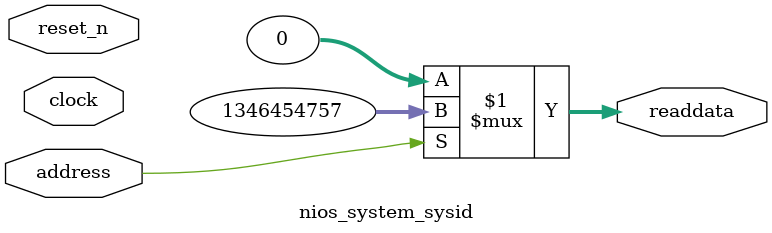
<source format=v>

`timescale 1ns / 1ps
// synthesis translate_on

// turn off superfluous verilog processor warnings 
// altera message_level Level1 
// altera message_off 10034 10035 10036 10037 10230 10240 10030 

module nios_system_sysid (
               // inputs:
                address,
                clock,
                reset_n,

               // outputs:
                readdata
             )
;

  output  [ 31: 0] readdata;
  input            address;
  input            clock;
  input            reset_n;

  wire    [ 31: 0] readdata;
  //control_slave, which is an e_avalon_slave
  assign readdata = address ? 1346454757 : 0;

endmodule




</source>
